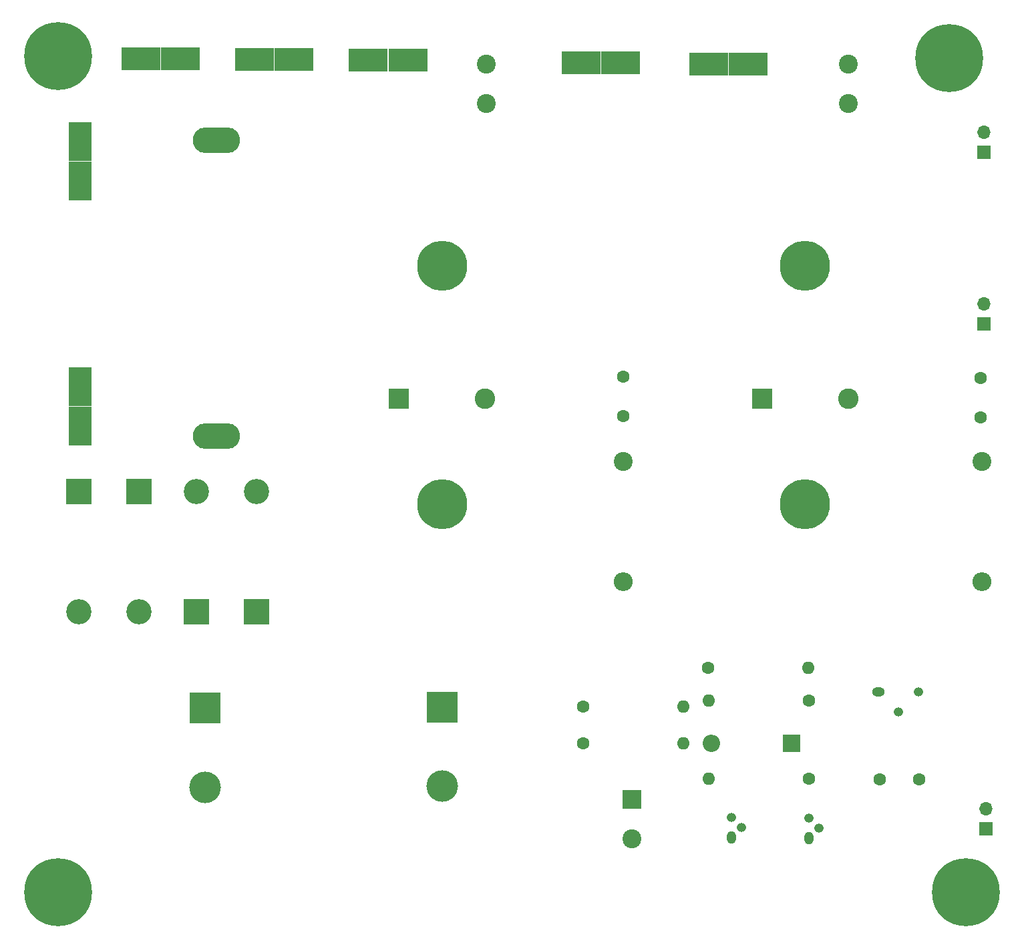
<source format=gbr>
G04 #@! TF.GenerationSoftware,KiCad,Pcbnew,(6.0.4-0)*
G04 #@! TF.CreationDate,2024-04-01T10:42:14+11:00*
G04 #@! TF.ProjectId,EDUC-8 PSU,45445543-2d38-4205-9053-552e6b696361,rev?*
G04 #@! TF.SameCoordinates,Original*
G04 #@! TF.FileFunction,Copper,L1,Top*
G04 #@! TF.FilePolarity,Positive*
%FSLAX46Y46*%
G04 Gerber Fmt 4.6, Leading zero omitted, Abs format (unit mm)*
G04 Created by KiCad (PCBNEW (6.0.4-0)) date 2024-04-01 10:42:14*
%MOMM*%
%LPD*%
G01*
G04 APERTURE LIST*
G04 #@! TA.AperFunction,ComponentPad*
%ADD10O,1.600000X1.200000*%
G04 #@! TD*
G04 #@! TA.AperFunction,ComponentPad*
%ADD11O,1.200000X1.200000*%
G04 #@! TD*
G04 #@! TA.AperFunction,ComponentPad*
%ADD12R,4.000000X4.000000*%
G04 #@! TD*
G04 #@! TA.AperFunction,ComponentPad*
%ADD13C,4.000000*%
G04 #@! TD*
G04 #@! TA.AperFunction,ComponentPad*
%ADD14C,1.600000*%
G04 #@! TD*
G04 #@! TA.AperFunction,ComponentPad*
%ADD15R,2.400000X2.400000*%
G04 #@! TD*
G04 #@! TA.AperFunction,ComponentPad*
%ADD16C,2.400000*%
G04 #@! TD*
G04 #@! TA.AperFunction,ComponentPad*
%ADD17R,3.200000X3.200000*%
G04 #@! TD*
G04 #@! TA.AperFunction,ComponentPad*
%ADD18O,3.200000X3.200000*%
G04 #@! TD*
G04 #@! TA.AperFunction,ComponentPad*
%ADD19O,1.200000X1.600000*%
G04 #@! TD*
G04 #@! TA.AperFunction,ComponentPad*
%ADD20O,2.400000X2.400000*%
G04 #@! TD*
G04 #@! TA.AperFunction,ComponentPad*
%ADD21R,2.600000X2.600000*%
G04 #@! TD*
G04 #@! TA.AperFunction,ComponentPad*
%ADD22C,2.600000*%
G04 #@! TD*
G04 #@! TA.AperFunction,ComponentPad*
%ADD23C,6.350000*%
G04 #@! TD*
G04 #@! TA.AperFunction,ComponentPad*
%ADD24C,0.900000*%
G04 #@! TD*
G04 #@! TA.AperFunction,ComponentPad*
%ADD25C,8.600000*%
G04 #@! TD*
G04 #@! TA.AperFunction,ComponentPad*
%ADD26R,5.000000X3.000000*%
G04 #@! TD*
G04 #@! TA.AperFunction,ComponentPad*
%ADD27R,3.000000X5.000000*%
G04 #@! TD*
G04 #@! TA.AperFunction,ComponentPad*
%ADD28O,6.000000X3.250000*%
G04 #@! TD*
G04 #@! TA.AperFunction,ComponentPad*
%ADD29R,1.700000X1.700000*%
G04 #@! TD*
G04 #@! TA.AperFunction,ComponentPad*
%ADD30O,1.700000X1.700000*%
G04 #@! TD*
G04 #@! TA.AperFunction,ComponentPad*
%ADD31O,1.600000X1.600000*%
G04 #@! TD*
G04 #@! TA.AperFunction,ComponentPad*
%ADD32R,2.200000X2.200000*%
G04 #@! TD*
G04 #@! TA.AperFunction,ComponentPad*
%ADD33O,2.200000X2.200000*%
G04 #@! TD*
G04 APERTURE END LIST*
D10*
X157720000Y-118260000D03*
D11*
X160260000Y-120800000D03*
X162800000Y-118260000D03*
D12*
X102400000Y-120200000D03*
D13*
X102400000Y-130200000D03*
D12*
X72400000Y-120300000D03*
D13*
X72400000Y-130300000D03*
D14*
X170700000Y-78400000D03*
X170700000Y-83400000D03*
X125400000Y-78300000D03*
X125400000Y-83300000D03*
X162860000Y-129360000D03*
X157860000Y-129360000D03*
D15*
X126460000Y-131860000D03*
D16*
X126460000Y-136860000D03*
D17*
X71280000Y-108100000D03*
D18*
X71280000Y-92860000D03*
D17*
X78900000Y-108100000D03*
D18*
X78900000Y-92860000D03*
D17*
X64000000Y-92860000D03*
D18*
X64000000Y-108100000D03*
D17*
X56380000Y-92860000D03*
D18*
X56380000Y-108100000D03*
D19*
X139080000Y-136720000D03*
D11*
X140350000Y-135450000D03*
X139080000Y-134180000D03*
D19*
X148860000Y-136760000D03*
D11*
X150130000Y-135490000D03*
X148860000Y-134220000D03*
D16*
X170800000Y-89000000D03*
D20*
X170800000Y-104240000D03*
D16*
X125400000Y-88980000D03*
D20*
X125400000Y-104220000D03*
D16*
X153900000Y-38600000D03*
X153900000Y-43600000D03*
X108000000Y-38600000D03*
X108000000Y-43600000D03*
D21*
X142950000Y-81100000D03*
D22*
X153870000Y-81100000D03*
D23*
X148400000Y-94400000D03*
X148400000Y-64200000D03*
D24*
X56040419Y-145940419D03*
X53760000Y-140435000D03*
X56985000Y-143660000D03*
X51479581Y-145940419D03*
X53760000Y-146885000D03*
X56040419Y-141379581D03*
D25*
X53760000Y-143660000D03*
D24*
X51479581Y-141379581D03*
X50535000Y-143660000D03*
X51479581Y-35379581D03*
X53760000Y-34435000D03*
X56040419Y-39940419D03*
D25*
X53760000Y-37660000D03*
D24*
X51479581Y-39940419D03*
X50535000Y-37660000D03*
X56985000Y-37660000D03*
X53760000Y-40885000D03*
X56040419Y-35379581D03*
X169873000Y-37916000D03*
X164367581Y-35635581D03*
X166648000Y-34691000D03*
X163423000Y-37916000D03*
X168928419Y-40196419D03*
X166648000Y-41141000D03*
X168928419Y-35635581D03*
D25*
X166648000Y-37916000D03*
D24*
X164367581Y-40196419D03*
X171040419Y-145940419D03*
D25*
X168760000Y-143660000D03*
D24*
X166479581Y-141379581D03*
X166479581Y-145940419D03*
X171985000Y-143660000D03*
X171040419Y-141379581D03*
X168760000Y-140435000D03*
X165535000Y-143660000D03*
X168760000Y-146885000D03*
D21*
X96950000Y-81100000D03*
D22*
X107870000Y-81100000D03*
D23*
X102400000Y-64200000D03*
X102400000Y-94400000D03*
D26*
X125000000Y-38500000D03*
X120000000Y-38500000D03*
X141200000Y-38600000D03*
X136200000Y-38600000D03*
X83660000Y-38060000D03*
X78660000Y-38060000D03*
X98060000Y-38160000D03*
X93060000Y-38160000D03*
X69260000Y-37960000D03*
X64260000Y-37960000D03*
D27*
X56500000Y-53500000D03*
X56500000Y-48500000D03*
X56500000Y-79500000D03*
X56500000Y-84500000D03*
D28*
X73800000Y-85800000D03*
X73800000Y-48300000D03*
D29*
X171060000Y-71560000D03*
D30*
X171060000Y-69020000D03*
D29*
X171360000Y-135560000D03*
D30*
X171360000Y-133020000D03*
D29*
X171060000Y-49860000D03*
D30*
X171060000Y-47320000D03*
D14*
X136135000Y-115200000D03*
D31*
X148835000Y-115200000D03*
D14*
X148860000Y-129260000D03*
D31*
X136160000Y-129260000D03*
D32*
X146720000Y-124760000D03*
D33*
X136560000Y-124760000D03*
D14*
X120285000Y-120060000D03*
D31*
X132985000Y-120060000D03*
D14*
X148910000Y-119360000D03*
D31*
X136210000Y-119360000D03*
D14*
X120310000Y-124760000D03*
D31*
X133010000Y-124760000D03*
M02*

</source>
